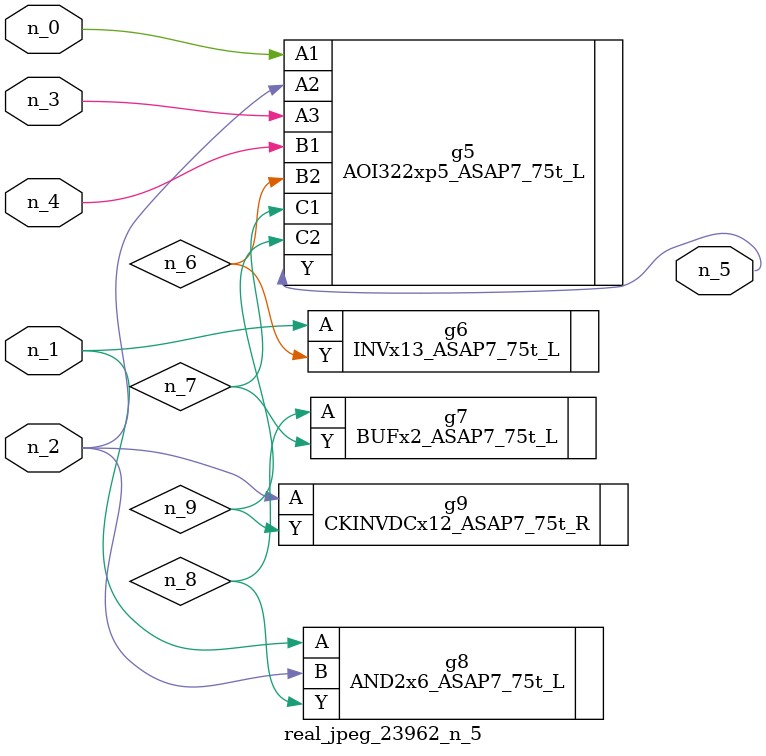
<source format=v>
module real_jpeg_23962_n_5 (n_4, n_0, n_1, n_2, n_3, n_5);

input n_4;
input n_0;
input n_1;
input n_2;
input n_3;

output n_5;

wire n_8;
wire n_6;
wire n_7;
wire n_9;

AOI322xp5_ASAP7_75t_L g5 ( 
.A1(n_0),
.A2(n_2),
.A3(n_3),
.B1(n_4),
.B2(n_6),
.C1(n_7),
.C2(n_9),
.Y(n_5)
);

INVx13_ASAP7_75t_L g6 ( 
.A(n_1),
.Y(n_6)
);

AND2x6_ASAP7_75t_L g8 ( 
.A(n_1),
.B(n_2),
.Y(n_8)
);

CKINVDCx12_ASAP7_75t_R g9 ( 
.A(n_2),
.Y(n_9)
);

BUFx2_ASAP7_75t_L g7 ( 
.A(n_8),
.Y(n_7)
);


endmodule
</source>
